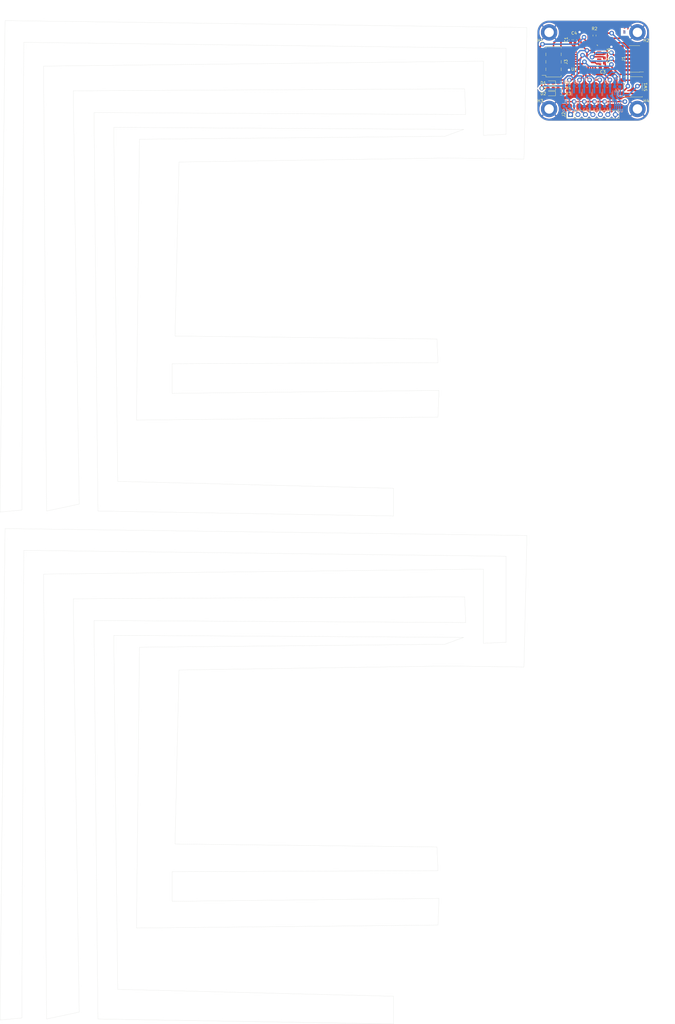
<source format=kicad_pcb>
(kicad_pcb (version 20221018) (generator pcbnew)
  (layers (0 "F.Cu" signal) (31 "B.Cu" signal) (34 "B.Paste" user) (35 "F.Paste" user) (36 "B.SilkS" user "B.Silkscreen") (37 "F.SilkS" user "F.Silkscreen") (38 "B.Mask" user) (39 "F.Mask" user) (44 "Edge.Cuts" user))
  (net 0 "")
  (net 1 "+5V-v2-")
  (net 2 "GND-v2-")
  (net 3 "+3.3V-v2-")
  (net 4 "Net-(D1-K)-v2-")
  (net 6 "Net-(D3-K)-v2-")
  (net 7 "Status_LED-v2-")
  (net 8 "Data_Clock_SNES-v2-")
  (net 9 "Data_Latch_SNES-v2-")
  (net 10 "Net-(D2-K)-v2-")
  (net 11 "Serial_Data1_SNES-v2-")
  (net 12 "Serial_Data2_SNES-v2-")
  (net 13 "SPI_Chip_Select-v2-")
  (net 14 "Chip_Enable-v2-")
  (net 15 "SPI_Digital_Input-v2-")
  (net 16 "SPI_Clock-v2-")
  (net 17 "SPI_Digital_Output-v2-")
  (net 18 "IOBit_SNES-v2-")
  (net 19 "Data_Clock_STM32-v2-")
  (net 20 "Data_Latch_STM32-v2-")
  (net 21 "Appairing_Btn-v2-")
  (net 22 "Net-(U2-BP)-v2-")
  (net 23 "SWDIO-v2-")
  (net 24 "SWDCK-v2-")
  (net 27 "NRST-v2-")
  (net 28 "USART2_RX-v2-")
  (net 29 "USART2_TX-v2-")
  (net 30 "Serial_Data1_STM32-v2-")
  (net 31 "IOBit_STM32-v2-")
  (net 32 "Serial_Data2_STM32-v2-")
  (footprint "Diode_SMD:D_0603_1608Metric_Pad1.05x0.95mm_HandSolder" (layer "F.Cu") (at 188.26875 24.25 180)
    (fp_text reference "D3")
    (fp_text value "LED")
  )
  (footprint "Connector_PinSocket_2.54mm:PinSocket_2x04_P2.54mm_Vertical_SMD" (layer "F.Cu") (at 189.25 15.25 180)
    (fp_text reference "J3")
    (fp_text value "Conn_01x08_Socket")
  )
  (footprint "Capacitor_SMD:C_0603_1608Metric_Pad1.08x0.95mm_HandSolder" (layer "F.Cu") (at 206.0025 17.19)
    (fp_text reference "C3")
    (fp_text value "100n")
  )
  (footprint "Connector_PinHeader_2.54mm:PinHeader_1x07_P2.54mm_Vertical" (layer "F.Cu") (at 195 33.15 90)
    (fp_text reference "J2")
    (fp_text value "Conn_01x07_Socket")
  )
  (footprint "Capacitor_SMD:C_0603_1608Metric_Pad1.08x0.95mm_HandSolder" (layer "F.Cu") (at 196.55 7.75 90)
    (fp_text reference "C4")
    (fp_text value "100n")
  )
  (footprint "Resistor_SMD:R_0603_1608Metric_Pad0.98x0.95mm_HandSolder" (layer "F.Cu") (at 191.76875 22.45)
    (fp_text reference "R1")
    (fp_text value "1k")
  )
  (footprint "Resistor_SMD:R_0603_1608Metric_Pad0.98x0.95mm_HandSolder" (layer "F.Cu") (at 191.76875 24.25)
    (fp_text reference "R4")
    (fp_text value "1k")
  )
  (footprint "MountingHole:MountingHole_3.2mm_M3_DIN965_Pad" (layer "F.Cu") (at 217.75 5.25)
    (fp_text reference "H2")
    (fp_text value "MountingHole_Pad")
  )
  (footprint "MountingHole:MountingHole_3.2mm_M3_DIN965_Pad" (layer "F.Cu") (at 187.75 31.25)
    (fp_text reference "H3")
    (fp_text value "MountingHole_Pad")
  )
  (footprint "MountingHole:MountingHole_3.2mm_M3_DIN965_Pad" (layer "F.Cu") (at 217.75 31.25)
    (fp_text reference "H4")
    (fp_text value "MountingHole_Pad")
  )
  (footprint "Capacitor_SMD:C_0603_1608Metric_Pad1.08x0.95mm_HandSolder" (layer "F.Cu") (at 195.05 7.75 90)
    (fp_text reference "C1")
    (fp_text value "10u")
  )
  (footprint "MountingHole:MountingHole_3.2mm_M3_DIN965_Pad" (layer "F.Cu") (at 187.75 5.25)
    (fp_text reference "H1")
    (fp_text value "MountingHole_Pad")
  )
  (footprint "Capacitor_SMD:C_0603_1608Metric_Pad1.08x0.95mm_HandSolder" (layer "F.Cu") (at 206.51 11.5 90)
    (fp_text reference "C5")
    (fp_text value "100n")
  )
  (footprint "Resistor_SMD:R_0603_1608Metric_Pad0.98x0.95mm_HandSolder" (layer "F.Cu") (at 191.76875 26.05)
    (fp_text reference "R3")
    (fp_text value "1k")
  )
  (footprint "Package_QFP:LQFP-32_7x7mm_P0.8mm" (layer "F.Cu") (at 200.6 13.15 180)
    (fp_text reference "U1")
    (fp_text value "STM32L412KBTx")
  )
  (footprint "Diode_SMD:D_0603_1608Metric_Pad1.05x0.95mm_HandSolder" (layer "F.Cu") (at 188.26875 26.05 180)
    (fp_text reference "D2")
    (fp_text value "LED_Small")
  )
  (footprint "Diode_SMD:D_0603_1608Metric_Pad1.05x0.95mm_HandSolder" (layer "F.Cu") (at 188.26875 22.45 180)
    (fp_text reference "D1")
    (fp_text value "LED_Small")
  )
  (footprint "Capacitor_SMD:C_0603_1608Metric_Pad1.08x0.95mm_HandSolder" (layer "F.Cu") (at 206.51 14.8025 90)
    (fp_text reference "C2")
    (fp_text value "100n")
  )
  (footprint "Connector_PinHeader_1.27mm:PinHeader_2x07_P1.27mm_Vertical_SMD" (layer "F.Cu") (at 216.75 14.25 180)
    (fp_text reference "J1")
    (fp_text value "Conn_02x07_Odd_Even")
  )
  (footprint "Button_Switch_SMD:SW_SPST_B3S-1000" (layer "F.Cu") (at 216.25 23.75 180)
    (fp_text reference "SW1")
    (fp_text value "SW_SPST")
  )
  (footprint "Resistor_SMD:R_0603_1608Metric_Pad0.98x0.95mm_HandSolder" (layer "F.Cu") (at 203.17 6.32 90)
    (fp_text reference "R2")
    (fp_text value "10k")
  )
  (footprint "Resistor_SMD:R_0603_1608Metric_Pad0.98x0.95mm_HandSolder" (layer "B.Cu") (at 200.6 23.45)
    (fp_text reference "R7")
    (fp_text value "10k")
  )
  (footprint "Capacitor_SMD:C_0603_1608Metric_Pad1.08x0.95mm_HandSolder" (layer "B.Cu") (at 210.9 23.7 180)
    (fp_text reference "C6")
    (fp_text value "470p")
  )
  (footprint "Package_TO_SOT_SMD:SOT-23" (layer "B.Cu") (at 197.15 26.15 -90)
    (fp_text reference "Q2")
    (fp_text value "2N7002")
  )
  (footprint "Package_TO_SOT_SMD:SOT-23" (layer "B.Cu") (at 204.05 26.15 -90)
    (fp_text reference "Q4")
    (fp_text value "2N7002")
  )
  (footprint "Package_TO_SOT_SMD:SOT-23" (layer "B.Cu") (at 193.7 26.15 -90)
    (fp_text reference "Q1")
    (fp_text value "2N7002")
  )
  (footprint "Resistor_SMD:R_0603_1608Metric_Pad0.98x0.95mm_HandSolder" (layer "B.Cu") (at 204.05 30.35)
    (fp_text reference "R13")
    (fp_text value "10k")
  )
  (footprint "Resistor_SMD:R_0603_1608Metric_Pad0.98x0.95mm_HandSolder" (layer "B.Cu") (at 204.05 23.45)
    (fp_text reference "R8")
    (fp_text value "10k")
  )
  (footprint "Resistor_SMD:R_0603_1608Metric_Pad0.98x0.95mm_HandSolder" (layer "B.Cu") (at 207.5 23.45)
    (fp_text reference "R9")
    (fp_text value "10k")
  )
  (footprint "Resistor_SMD:R_0603_1608Metric_Pad0.98x0.95mm_HandSolder" (layer "B.Cu") (at 193.7 30.35)
    (fp_text reference "R10")
    (fp_text value "10k")
  )
  (footprint "Resistor_SMD:R_0603_1608Metric_Pad0.98x0.95mm_HandSolder" (layer "B.Cu") (at 197.15 23.45)
    (fp_text reference "R6")
    (fp_text value "10k")
  )
  (footprint "Resistor_SMD:R_0603_1608Metric_Pad0.98x0.95mm_HandSolder" (layer "B.Cu") (at 207.5 30.35)
    (fp_text reference "R14")
    (fp_text value "10k")
  )
  (footprint "Resistor_SMD:R_0603_1608Metric_Pad0.98x0.95mm_HandSolder" (layer "B.Cu") (at 200.6 30.35)
    (fp_text reference "R12")
    (fp_text value "10k")
  )
  (footprint "Package_TO_SOT_SMD:SOT-23" (layer "B.Cu") (at 207.5 26.15 -90)
    (fp_text reference "Q5")
    (fp_text value "2N7002")
  )
  (footprint "Package_TO_SOT_SMD:SOT-23" (layer "B.Cu") (at 200.6 26.15 -90)
    (fp_text reference "Q3")
    (fp_text value "2N7002")
  )
  (footprint "Package_SO:MSOP-8_3x3mm_P0.65mm" (layer "B.Cu") (at 211.0125 27.9 -90)
    (fp_text reference "U2")
    (fp_text value "MIC5219-3.3YMM")
  )
  (footprint "Capacitor_SMD:C_0603_1608Metric_Pad1.08x0.95mm_HandSolder" (layer "B.Cu") (at 210.9 22.2 180)
    (fp_text reference "C7")
    (fp_text value "2.2u")
  )
  (footprint "Resistor_SMD:R_0603_1608Metric_Pad0.98x0.95mm_HandSolder" (layer "B.Cu") (at 193.7 23.45)
    (fp_text reference "R5")
    (fp_text value "10k")
  )
  (footprint "Resistor_SMD:R_0603_1608Metric_Pad0.98x0.95mm_HandSolder" (layer "B.Cu") (at 197.15 30.35)
    (fp_text reference "R11")
    (fp_text value "10k")
  )
  (gr_line (start 179.209937 220.75989) (end 180.219937 176.09989) (stroke (width 0.05)) (layer "Edge.Cuts"))
  (gr_line (start 60.679937 280.85989) (end 62.029937 221.76989) (stroke (width 0.05)) (layer "Edge.Cuts"))
  (gr_line (start 152.349937 40.53989) (end 48.599937 41.53989) (stroke (width 0.05)) (layer "Edge.Cuts"))
  (gr_line (start 158.729937 210.68989) (end 152.349937 213.03989) (stroke (width 0.05)) (layer "Edge.Cuts"))
  (gr_line (start 134.889937 341.96989) (end 134.889937 332.56989) (stroke (width 0.05)) (layer "Edge.Cuts"))
  (gr_line (start 159.059937 24.41989) (end 159.399937 33.14989) (stroke (width 0.05)) (layer "Edge.Cuts"))
  (gr_line (start 9.309937 181.13989) (end 173.159937 183.14989) (stroke (width 0.05)) (layer "Edge.Cuts"))
  (gr_line (start 59.679937 290.25989) (end 149.999937 289.92989) (stroke (width 0.05)) (layer "Edge.Cuts"))
  (gr_line (start 2.929937 173.74989) (end 1.249937 340.62989) (stroke (width 0.05)) (layer "Edge.Cuts"))
  (gr_line (start 48.599937 41.53989) (end 47.589937 136.89989) (stroke (width 0.05)) (layer "Edge.Cuts"))
  (gr_line (start 165.439937 187.51989) (end 16.029937 189.19989) (stroke (width 0.05)) (layer "Edge.Cuts"))
  (gr_line (start 1.249937 340.62989) (end 8.639937 339.94989) (stroke (width 0.05)) (layer "Edge.Cuts"))
  (gr_line (start 47.589937 309.39989) (end 149.999937 308.38989) (stroke (width 0.05)) (layer "Edge.Cuts"))
  (gr_line (start 159.399937 33.14989) (end 33.149937 32.47989) (stroke (width 0.05)) (layer "Edge.Cuts"))
  (gr_line (start 180.219937 3.59989) (end 2.929937 1.24989) (stroke (width 0.05)) (layer "Edge.Cuts"))
  (gr_line (start 221.75 5.25) (end 221.75 31.25) (stroke (width 0.1)) (layer "Edge.Cuts"))
  (gr_line (start 153.019937 220.41989) (end 179.209937 220.75989) (stroke (width 0.05)) (layer "Edge.Cuts"))
  (gr_line (start 149.999937 289.92989) (end 149.659937 281.86989) (stroke (width 0.05)) (layer "Edge.Cuts"))
  (gr_line (start 179.209937 48.25989) (end 180.219937 3.59989) (stroke (width 0.05)) (layer "Edge.Cuts"))
  (gr_line (start 183.75 31.25) (end 183.75 5.25) (stroke (width 0.1)) (layer "Edge.Cuts"))
  (gr_line (start 26.099937 197.58989) (end 159.059937 196.91989) (stroke (width 0.05)) (layer "Edge.Cuts"))
  (gr_line (start 173.159937 39.85989) (end 165.439937 40.19989) (stroke (width 0.05)) (layer "Edge.Cuts"))
  (gr_line (start 26.099937 25.08989) (end 159.059937 24.41989) (stroke (width 0.05)) (layer "Edge.Cuts"))
  (gr_line (start 34.489937 167.78989) (end 134.889937 169.46989) (stroke (width 0.05)) (layer "Edge.Cuts"))
  (gr_line (start 59.679937 127.82989) (end 59.679937 117.75989) (stroke (width 0.05)) (layer "Edge.Cuts"))
  (gr_line (start 2.929937 1.24989) (end 1.249937 168.12989) (stroke (width 0.05)) (layer "Edge.Cuts"))
  (gr_line (start 41.209937 330.21989) (end 39.869937 210.00989) (stroke (width 0.05)) (layer "Edge.Cuts"))
  (gr_line (start 187.75 1.25) (end 217.75 1.25) (stroke (width 0.1)) (layer "Edge.Cuts"))
  (gr_line (start 134.889937 160.06989) (end 41.209937 157.71989) (stroke (width 0.05)) (layer "Edge.Cuts"))
  (gr_line (start 159.399937 205.64989) (end 33.149937 204.97989) (stroke (width 0.05)) (layer "Edge.Cuts"))
  (gr_line (start 149.999937 135.88989) (end 150.329937 126.82989) (stroke (width 0.05)) (layer "Edge.Cuts"))
  (gr_line (start 59.679937 300.32989) (end 59.679937 290.25989) (stroke (width 0.05)) (layer "Edge.Cuts"))
  (gr_line (start 152.349937 213.03989) (end 48.599937 214.03989) (stroke (width 0.05)) (layer "Edge.Cuts"))
  (gr_line (start 180.219937 176.09989) (end 2.929937 173.74989) (stroke (width 0.05)) (layer "Edge.Cuts"))
  (gr_line (start 41.209937 157.71989) (end 39.869937 37.50989) (stroke (width 0.05)) (layer "Edge.Cuts"))
  (gr_line (start 33.149937 32.47989) (end 34.489937 167.78989) (stroke (width 0.05)) (layer "Edge.Cuts"))
  (gr_line (start 150.329937 126.82989) (end 59.679937 127.82989) (stroke (width 0.05)) (layer "Edge.Cuts"))
  (gr_line (start 8.639937 167.44989) (end 9.309937 8.63989) (stroke (width 0.05)) (layer "Edge.Cuts"))
  (gr_line (start 165.439937 15.01989) (end 16.029937 16.69989) (stroke (width 0.05)) (layer "Edge.Cuts"))
  (gr_line (start 33.149937 204.97989) (end 34.489937 340.28989) (stroke (width 0.05)) (layer "Edge.Cuts"))
  (gr_line (start 60.679937 108.35989) (end 62.029937 49.26989) (stroke (width 0.05)) (layer "Edge.Cuts"))
  (gr_arc (start 221.75 31.25) (mid 220.578427 34.078427) (end 217.75 35.25) (stroke (width 0.1)) (layer "Edge.Cuts"))
  (gr_line (start 134.889937 332.56989) (end 41.209937 330.21989) (stroke (width 0.05)) (layer "Edge.Cuts"))
  (gr_line (start 62.029937 221.76989) (end 153.019937 220.41989) (stroke (width 0.05)) (layer "Edge.Cuts"))
  (gr_line (start 8.639937 339.94989) (end 9.309937 181.13989) (stroke (width 0.05)) (layer "Edge.Cuts"))
  (gr_line (start 165.439937 212.69989) (end 165.439937 187.51989) (stroke (width 0.05)) (layer "Edge.Cuts"))
  (gr_line (start 16.029937 189.19989) (end 17.039937 340.28989) (stroke (width 0.05)) (layer "Edge.Cuts"))
  (gr_line (start 173.159937 10.64989) (end 173.159937 39.85989) (stroke (width 0.05)) (layer "Edge.Cuts"))
  (gr_line (start 17.039937 340.28989) (end 28.119937 337.93989) (stroke (width 0.05)) (layer "Edge.Cuts"))
  (gr_line (start 39.869937 210.00989) (end 158.729937 210.68989) (stroke (width 0.05)) (layer "Edge.Cuts"))
  (gr_line (start 59.679937 117.75989) (end 149.999937 117.42989) (stroke (width 0.05)) (layer "Edge.Cuts"))
  (gr_line (start 17.039937 167.78989) (end 28.119937 165.43989) (stroke (width 0.05)) (layer "Edge.Cuts"))
  (gr_line (start 1.249937 168.12989) (end 8.639937 167.44989) (stroke (width 0.05)) (layer "Edge.Cuts"))
  (gr_arc (start 187.75 35.25) (mid 184.921573 34.078427) (end 183.75 31.25) (stroke (width 0.1)) (layer "Edge.Cuts"))
  (gr_line (start 134.889937 169.46989) (end 134.889937 160.06989) (stroke (width 0.05)) (layer "Edge.Cuts"))
  (gr_line (start 153.019937 47.91989) (end 179.209937 48.25989) (stroke (width 0.05)) (layer "Edge.Cuts"))
  (gr_line (start 173.159937 212.35989) (end 165.439937 212.69989) (stroke (width 0.05)) (layer "Edge.Cuts"))
  (gr_line (start 173.159937 183.14989) (end 173.159937 212.35989) (stroke (width 0.05)) (layer "Edge.Cuts"))
  (gr_line (start 48.599937 214.03989) (end 47.589937 309.39989) (stroke (width 0.05)) (layer "Edge.Cuts"))
  (gr_line (start 34.489937 340.28989) (end 134.889937 341.96989) (stroke (width 0.05)) (layer "Edge.Cuts"))
  (gr_arc (start 217.75 1.25) (mid 220.578427 2.421573) (end 221.75 5.25) (stroke (width 0.1)) (layer "Edge.Cuts"))
  (gr_line (start 217.75 35.25) (end 187.75 35.25) (stroke (width 0.1)) (layer "Edge.Cuts"))
  (gr_line (start 39.869937 37.50989) (end 158.729937 38.18989) (stroke (width 0.05)) (layer "Edge.Cuts"))
  (gr_arc (start 183.75 5.25) (mid 184.921573 2.421573) (end 187.75 1.25) (stroke (width 0.1)) (layer "Edge.Cuts"))
  (gr_line (start 158.729937 38.18989) (end 152.349937 40.53989) (stroke (width 0.05)) (layer "Edge.Cuts"))
  (gr_line (start 47.589937 136.89989) (end 149.999937 135.88989) (stroke (width 0.05)) (layer "Edge.Cuts"))
  (gr_line (start 28.119937 165.43989) (end 26.099937 25.08989) (stroke (width 0.05)) (layer "Edge.Cuts"))
  (gr_line (start 9.309937 8.63989) (end 173.159937 10.64989) (stroke (width 0.05)) (layer "Edge.Cuts"))
  (gr_line (start 149.659937 281.86989) (end 60.679937 280.85989) (stroke (width 0.05)) (layer "Edge.Cuts"))
  (gr_line (start 149.659937 109.36989) (end 60.679937 108.35989) (stroke (width 0.05)) (layer "Edge.Cuts"))
  (gr_line (start 62.029937 49.26989) (end 153.019937 47.91989) (stroke (width 0.05)) (layer "Edge.Cuts"))
  (gr_line (start 28.119937 337.93989) (end 26.099937 197.58989) (stroke (width 0.05)) (layer "Edge.Cuts"))
  (gr_line (start 149.999937 117.42989) (end 149.659937 109.36989) (stroke (width 0.05)) (layer "Edge.Cuts"))
  (gr_line (start 16.029937 16.69989) (end 17.039937 167.78989) (stroke (width 0.05)) (layer "Edge.Cuts"))
  (gr_line (start 150.329937 299.32989) (end 59.679937 300.32989) (stroke (width 0.05)) (layer "Edge.Cuts"))
  (gr_line (start 149.999937 308.38989) (end 150.329937 299.32989) (stroke (width 0.05)) (layer "Edge.Cuts"))
  (gr_line (start 165.439937 40.19989) (end 165.439937 15.01989) (stroke (width 0.05)) (layer "Edge.Cuts"))
  (gr_line (start 159.059937 196.91989) (end 159.399937 205.64989) (stroke (width 0.05)) (layer "Edge.Cuts"))
  (gr_text "T" (at 212.75 5.75) (layer "F.Cu") (effects (font (size 1 1)) (justify left bottom)))
  (gr_text "SNES Plug" (at 205.75 3.75) (layer "F.Cu") (effects (font (size 1 1)) (justify left bottom)))
  (gr_text "B" (at 212.75 5.75) (layer "B.Cu") (effects (font (size 1 1)) (justify left bottom)))
  (segment (start 188.809189 27.5) (end 190.25 27.5) (width 0.5) (layer "F.Cu") (net 1))
  (segment (start 187.39375 26.05) (end 187.39375 26.084561) (width 0.5) (layer "F.Cu") (net 1))
  (segment (start 191.5 28.75) (end 196.2375 28.75) (width 0.5) (layer "F.Cu") (net 1))
  (segment (start 196.2375 31.9125) (end 195 33.15) (width 0.5) (layer "F.Cu") (net 1))
  (segment (start 203.1375 28.75) (end 206.5875 28.75) (width 0.5) (layer "F.Cu") (net 1))
  (segment (start 187.39375 26.084561) (end 188.809189 27.5) (width 0.5) (layer "F.Cu") (net 1))
  (segment (start 196.2375 28.75) (end 196.2375 31.9125) (width 0.5) (layer "F.Cu") (net 1))
  (segment (start 206.5875 28.75) (end 213.5 28.75) (width 0.5) (layer "F.Cu") (net 1))
  (segment (start 203.1375 28.75) (end 199.6875 28.75) (width 0.5) (layer "F.Cu") (net 1))
  (segment (start 196.2375 28.75) (end 199.6875 28.75) (width 0.3) (layer "F.Cu") (net 1))
  (segment (start 190.25 27.5) (end 191.5 28.75) (width 0.5) (layer "F.Cu") (net 1))
  (via (at 206.5875 28.75) (size 1.6) (drill 0.8) (layers "F.Cu" "B.Cu") (net 1))
  (via (at 199.6875 28.75) (size 1.6) (drill 0.8) (layers "F.Cu" "B.Cu") (net 1))
  (via (at 213.5 28.75) (size 1.6) (drill 0.8) (layers "F.Cu" "B.Cu") (net 1))
  (via (at 196.2375 28.75) (size 1.6) (drill 0.8) (layers "F.Cu" "B.Cu") (net 1))
  (via (at 203.1375 28.75) (size 1.6) (drill 0.8) (layers "F.Cu" "B.Cu") (net 1))
  (segment (start 196.2375 30.35) (end 196.2375 28.75) (width 0.5) (layer "B.Cu") (net 1))
  (segment (start 195 32.5625) (end 192.7875 30.35) (width 0.5) (layer "B.Cu") (net 1))
  (segment (start 213.4 28.65) (end 212.106739 28.65) (width 0.5) (layer "B.Cu") (net 1))
  (segment (start 210.6875 25.7875) (end 210.6875 27.230761) (width 0.3) (layer "B.Cu") (net 1))
  (segment (start 206.5875 28.75) (end 206.5875 30.35) (width 0.5) (layer "B.Cu") (net 1))
  (segment (start 199.6875 28.75) (end 199.6875 30.35) (width 0.5) (layer "B.Cu") (net 1))
  (segment (start 195 33.15) (end 195 32.5625) (width 0.5) (layer "B.Cu") (net 1))
  (segment (start 213.5 28.75) (end 213.4 28.65) (width 0.5) (layer "B.Cu") (net 1))
  (segment (start 203.1375 28.75) (end 203.1375 30.35) (width 0.5) (layer "B.Cu") (net 1))
  (segment (start 212.106739 28.65) (end 210.6875 27.230761) (width 0.5) (layer "B.Cu") (net 1))
  (segment (start 208.899189 10.15) (end 208.411689 10.6375) (width 0.5) (layer "F.Cu") (net 2))
  (segment (start 196.55 6.7) (end 198.1 5.15) (width 0.5) (layer "F.Cu") (net 2))
  (segment (start 193.44 19.06) (end 191.77 19.06) (width 0.5) (layer "F.Cu") (net 2))
  (segment (start 195.05 6.8875) (end 196.55 6.8875) (width 0.5) (layer "F.Cu") (net 2))
  (segment (start 203.4 17.325) (end 204.29 18.215) (width 0.5) (layer "F.Cu") (net 2))
  (segment (start 197.8 5.45) (end 197.8 8.975) (width 0.5) (layer "F.Cu") (net 2))
  (segment (start 206.865 17.19) (end 206.865 16.02) (width 0.5) (layer "F.Cu") (net 2))
  (segment (start 206.865 16.02) (end 206.51 15.665) (width 0.5) (layer "F.Cu") (net 2))
  (segment (start 205.84 18.215) (end 206.865 17.19) (width 0.5) (layer "F.Cu") (net 2))
  (segment (start 206.51 15.591193) (end 207.535 14.566193) (width 0.5) (layer "F.Cu") (net 2))
  (segment (start 207.535 11.6625) (end 206.51 10.6375) (width 0.5) (layer "F.Cu") (net 2))
  (segment (start 196.55 6.8875) (end 196.55 6.7) (width 0.5) (layer "F.Cu") (net 2))
  (segment (start 198.1 5.15) (end 197.8 5.45) (width 0.5) (layer "F.Cu") (net 2))
  (segment (start 204.29 18.215) (end 205.84 18.215) (width 0.5) (layer "F.Cu") (net 2))
  (segment (start 206.51 15.665) (end 206.51 15.591193) (width 0.5) (layer "F.Cu") (net 2))
  (segment (start 194.5 18) (end 193.44 19.06) (width 0.5) (layer "F.Cu") (net 2))
  (segment (start 207.535 14.566193) (end 207.535 11.6625) (width 0.5) (layer "F.Cu") (net 2))
  (segment (start 208.411689 10.6375) (end 206.51 10.6375) (width 0.5) (layer "F.Cu") (net 2))
  (via (at 208.899189 10.15) (size 1.6) (drill 0.8) (layers "F.Cu" "B.Cu") (net 2))
  (via (at 198.1 5.15) (size 1.6) (drill 0.8) (layers "F.Cu" "B.Cu") (net 2))
  (via (at 194.5 18) (size 1.6) (drill 0.8) (layers "F.Cu" "B.Cu") (net 2))
  (via (at 210.0375 20.15) (size 1.6) (drill 0.8) (layers "F.Cu" "B.Cu") (net 2))
  (segment (start 210.0375 20.1875) (end 210 20.15) (width 0.5) (layer "B.Cu") (net 2))
  (segment (start 210.0375 22.2) (end 210.0375 23.7) (width 0.5) (layer "B.Cu") (net 2))
  (segment (start 210.0375 22.2) (end 210.0375 20.15) (width 0.5) (layer "B.Cu") (net 2))
  (segment (start 206.15 10.15) (end 201.15 5.15) (width 0.5) (layer "B.Cu") (net 2))
  (segment (start 208.899189 10.15) (end 206.15 10.15) (width 0.5) (layer "B.Cu") (net 2))
  (segment (start 201.15 5.15) (end 198.1 5.15) (width 0.5) (layer "B.Cu") (net 2))
  (segment (start 220.225 21.5) (end 220.75 20.975) (width 0.5) (layer "F.Cu") (net 3))
  (segment (start 206.1225 12.75) (end 204.775 12.75) (width 0.5) (layer "F.Cu") (net 3))
  (segment (start 205.14 17.19) (end 205.14 16.315) (width 0.5) (layer "F.Cu") (net 3))
  (segment (start 220.75 20.975) (end 220.75 17.14) (width 0.5) (layer "F.Cu") (net 3))
  (segment (start 199.55 10.35) (end 196.425 10.35) (width 0.5) (layer "F.Cu") (net 3))
  (segment (start 204.775 15.95) (end 203.870406 15.95) (width 0.5) (layer "F.Cu") (net 3))
  (segment (start 187.39375 24.25) (end 185.25 24.25) (width 0.5) (layer "F.Cu") (net 3))
  (segment (start 202.290811 15.5) (end 200.6 13.809189) (width 0.5) (layer "F.Cu") (net 3))
  (segment (start 202.4 11.4) (end 200.6 11.4) (width 0.5) (layer "F.Cu") (net 3))
  (segment (start 200.6 13.809189) (end 200.6 11.4) (width 0.5) (layer "F.Cu") (net 3))
  (segment (start 200.6 11.4) (end 199.55 10.35) (width 0.5) (layer "F.Cu") (net 3))
  (segment (start 218.7 16.79) (end 220.4 16.79) (width 0.5) (layer "F.Cu") (net 3))
  (segment (start 218.225 23.5) (end 220.225 21.5) (width 0.5) (layer "F.Cu") (net 3))
  (segment (start 212.275 21.5) (end 220.225 21.5) (width 0.5) (layer "F.Cu") (net 3))
  (segment (start 185.25 20.54) (end 186.73 19.06) (width 0.5) (layer "F.Cu") (net 3))
  (segment (start 203.75 12.75) (end 202.4 11.4) (width 0.5) (layer "F.Cu") (net 3))
  (segment (start 204.775 12.75) (end 203.75 12.75) (width 0.5) (layer "F.Cu") (net 3))
  (segment (start 203.870406 15.95) (end 203.420406 15.5) (width 0.5) (layer "F.Cu") (net 3))
  (segment (start 185.25 24.25) (end 185.25 20.54) (width 0.5) (layer "F.Cu") (net 3))
  (segment (start 220.4 16.79) (end 220.75 17.14) (width 0.5) (layer "F.Cu") (net 3))
  (segment (start 196.425 10.35) (end 196.425 8.7375) (width 0.5) (layer "F.Cu") (net 3))
  (segment (start 195.05 8.975) (end 196.425 10.35) (width 0.5) (layer "F.Cu") (net 3))
  (segment (start 196.425 8.7375) (end 196.55 8.6125) (width 0.5) (layer "F.Cu") (net 3))
  (segment (start 217.75 23.5) (end 218.225 23.5) (width 0.5) (layer "F.Cu") (net 3))
  (segment (start 203.420406 15.5) (end 202.290811 15.5) (width 0.5) (layer "F.Cu") (net 3))
  (segment (start 206.51 12.3625) (end 206.1225 12.75) (width 0.5) (layer "F.Cu") (net 3))
  (segment (start 205.14 16.315) (end 204.775 15.95) (width 0.5) (layer "F.Cu") (net 3))
  (segment (start 195.05 8.6125) (end 195.05 8.975) (width 0.5) (layer "F.Cu") (net 3))
  (via (at 217.75 23.5) (size 1.6) (drill 0.8) (layers "F.Cu" "B.Cu") (net 3))
  (via (at 200.6 11.4) (size 1.6) (drill 0.8) (layers "F.Cu" "B.Cu") (net 3))
  (via (at 185.25 24.25) (size 1.6) (drill 0.8) (layers "F.Cu" "B.Cu") (net 3))
  (segment (start 192.75 25.2125) (end 192.75 23.4875) (width 0.5) (layer "B.Cu") (net 3))
  (segment (start 200.753311 20.05) (end 202.071689 20.05) (width 0.5) (layer "B.Cu") (net 3))
  (segment (start 198.621689 20.05) (end 197.303311 20.05) (width 0.5) (layer "B.Cu") (net 3))
  (segment (start 214.743261 26.506739) (end 213 26.506739) (width 0.5) (layer "B.Cu") (net 3))
  (segment (start 211.7625 22.2) (end 211.7625 19.965811) (width 0.5) (layer "B.Cu") (net 3))
  (segment (start 212.356739 27.15) (end 211.759683 27.15) (width 0.5) (layer "B.Cu") (net 3))
  (segment (start 204.203311 20.05) (end 203.1375 21.115811) (width 0.5) (layer "B.Cu") (net 3))
  (segment (start 203.1 23.4875) (end 203.1375 23.45) (width 0.5) (layer "B.Cu") (net 3))
  (segment (start 213 26.506739) (end 213 22.75) (width 0.5) (layer "B.Cu") (net 3))
  (segment (start 206.55 23.4875) (end 206.5875 23.45) (width 0.5) (layer "B.Cu") (net 3))
  (segment (start 211.3375 26.727817) (end 211.759683 27.15) (width 0.3) (layer "B.Cu") (net 3))
  (segment (start 202.071689 20.05) (end 203.1375 21.115811) (width 0.5) (layer "B.Cu") (net 3))
  (segment (start 197.303311 12.446689) (end 197.303311 20.05) (width 0.5) (layer "B.Cu") (net 3))
  (segment (start 212.45 22.2) (end 211.7625 22.2) (width 0.5) (layer "B.Cu") (net 3))
  (segment (start 196.2 25.2125) (end 196.2 23.4875) (width 0.5) (layer "B.Cu") (net 3))
  (segment (start 211.7625 19.965811) (end 210.596689 18.8) (width 0.5) (layer "B.Cu") (net 3))
  (segment (start 199.65 25.2125) (end 199.65 23.4875) (width 0.5) (layer "B.Cu") (net 3))
  (segment (start 194.053311 20.05) (end 195.171689 20.05) (width 0.5) (layer "B.Cu") (net 3))
  (segment (start 203.1375 21.115811) (end 203.1375 23.45) (width 0.5) (layer "B.Cu") (net 3))
  (segment (start 197.303311 20.05) (end 196.2375 21.115811) (width 0.5) (layer "B.Cu") (net 3))
  (segment (start 213 26.506739) (end 212.356739 27.15) (width 0.5) (layer "B.Cu") (net 3))
  (segment (start 185.25 24.25) (end 186.05 23.45) (width 0.5) (layer "B.Cu") (net 3))
  (segment (start 199.65 23.4875) (end 199.6875 23.45) (width 0.5) (layer "B.Cu") (net 3))
  (segment (start 196.2375 21.115811) (end 196.2375 23.45) (width 0.5) (layer "B.Cu") (net 3))
  (segment (start 211.3375 25.7875) (end 211.3375 26.727817) (width 0.3) (layer "B.Cu") (net 3))
  (segment (start 196.2 23.4875) (end 196.2375 23.45) (width 0.5) (layer "B.Cu") (net 3))
  (segment (start 214.743261 26.506739) (end 217.75 23.5) (width 0.5) (layer "B.Cu") (net 3))
  (segment (start 206.5875 21.115811) (end 205.521689 20.05) (width 0.5) (layer "B.Cu") (net 3))
  (segment (start 200.6 11.4) (end 198.35 11.4) (width 0.5) (layer "B.Cu") (net 3))
  (segment (start 203.1 25.2125) (end 203.1 23.4875) (width 0.5) (layer "B.Cu") (net 3))
  (segment (start 192.7875 21.315811) (end 194.053311 20.05) (width 0.5) (layer "B.Cu") (net 3))
  (segment (start 186.05 23.45) (end 192.7875 23.45) (width 0.5) (layer "B.Cu") (net 3))
  (segment (start 199.6875 23.45) (end 199.6875 21.115811) (width 0.5) (layer "B.Cu") (net 3))
  (segment (start 198.35 11.4) (end 197.303311 12.446689) (width 0.5) (layer "B.Cu") (net 3))
  (segment (start 208.903311 18.8) (end 206.5875 21.115811) (width 0.5) (layer "B.Cu") (net 3))
  (segment (start 195.171689 20.05) (end 196.2375 21.115811) (width 0.5) (layer "B.Cu") (net 3))
  (segment (start 192.7875 23.45) (end 192.7875 21.315811) (width 0.5) (layer "B.Cu") (net 3))
  (segment (start 206.55 25.2125) (end 206.55 23.4875) (width 0.5) (layer "B.Cu") (net 3))
  (segment (start 199.6875 21.115811) (end 198.621689 20.05) (width 0.5) (layer "B.Cu") (net 3))
  (segment (start 199.6875 21.115811) (end 200.753311 20.05) (width 0.5) (layer "B.Cu") (net 3))
  (segment (start 205.521689 20.05) (end 204.203311 20.05) (width 0.5) (layer "B.Cu") (net 3))
  (segment (start 213 22.75) (end 212.45 22.2) (width 0.5) (layer "B.Cu") (net 3))
  (segment (start 192.75 23.4875) (end 192.7875 23.45) (width 0.5) (layer "B.Cu") (net 3))
  (segment (start 210.596689 18.8) (end 208.903311 18.8) (width 0.5) (layer "B.Cu") (net 3))
  (segment (start 206.5875 23.45) (end 206.5875 21.115811) (width 0.5) (layer "B.Cu") (net 3))
  (segment (start 190.85625 22.45) (end 189.14375 22.45) (width 0.5) (layer "F.Cu") (net 4))
  (segment (start 190.85625 24.25) (end 189.14375 24.25) (width 0.5) (layer "F.Cu") (net 6))
  (segment (start 188.41875 21.425) (end 192.575 21.425) (width 0.5) (layer "F.Cu") (net 7))
  (segment (start 195.125 20) (end 197.8 17.325) (width 0.5) (layer "F.Cu") (net 7))
  (segment (start 192.575 21.425) (end 194 20) (width 0.5) (layer "F.Cu") (net 7))
  (segment (start 194 20) (end 195.125 20) (width 0.5) (layer "F.Cu") (net 7))
  (segment (start 187.39375 22.45) (end 188.41875 21.425) (width 0.5) (layer "F.Cu") (net 7))
  (segment (start 197.54 33.15) (end 197.54 32.54) (width 0.5) (layer "B.Cu") (net 8))
  (segment (start 194.6125 28) (end 193.7 27.0875) (width 0.5) (layer "B.Cu") (net 8))
  (segment (start 196.0125 31.75) (end 194.6125 30.35) (width 0.5) (layer "B.Cu") (net 8))
  (segment (start 196.75 31.75) (end 196.0125 31.75) (width 0.5) (layer "B.Cu") (net 8))
  (segment (start 194.6125 30.35) (end 194.6125 28) (width 0.5) (layer "B.Cu") (net 8))
  (segment (start 197.54 32.54) (end 196.75 31.75) (width 0.5) (layer "B.Cu") (net 8))
  (segment (start 198.0625 30.35) (end 198.0625 28) (width 0.5) (layer "B.Cu") (net 9))
  (segment (start 198.0625 30.35) (end 198.0625 31.2125) (width 0.5) (layer "B.Cu") (net 9))
  (segment (start 198.0625 31.2125) (end 200 33.15) (width 0.5) (layer "B.Cu") (net 9))
  (segment (start 198.0625 28) (end 197.15 27.0875) (width 0.5) (layer "B.Cu") (net 9))
  (segment (start 189.14375 26.05) (end 190.85625 26.05) (width 0.5) (layer "F.Cu") (net 10))
  (segment (start 201.5125 30.35) (end 201.5125 28) (width 0.5) (layer "B.Cu") (net 11))
  (segment (start 201.5125 28) (end 200.6 27.0875) (width 0.5) (layer "B.Cu") (net 11))
  (segment (start 201.5125 32.1625) (end 202.5 33.15) (width 0.5) (layer "B.Cu") (net 11))
  (segment (start 201.5125 30.35) (end 201.5125 32.1625) (width 0.5) (layer "B.Cu") (net 11))
  (segment (start 204.9625 28) (end 204.05 27.0875) (width 0.5) (layer "B.Cu") (net 12))
  (segment (start 204.9625 30.35) (end 204.9625 33.1125) (width 0.5) (layer "B.Cu") (net 12))
  (segment (start 204.9625 30.35) (end 204.9625 28) (width 0.5) (layer "B.Cu") (net 12))
  (segment (start 204.9625 33.1125) (end 205 33.15) (width 0.5) (layer "B.Cu") (net 12))
  (segment (start 196.425 11.15) (end 194.85 11.15) (width 0.5) (layer "F.Cu") (net 13))
  (segment (start 194.85 11.15) (end 194 12) (width 0.5) (layer "F.Cu") (net 13))
  (segment (start 193.5 15.25) (end 188 15.25) (width 0.5) (layer "F.Cu") (net 13))
  (segment (start 194 14.75) (end 193.5 15.25) (width 0.5) (layer "F.Cu") (net 13))
  (segment (start 194 12) (end 194 14.75) (width 0.5) (layer "F.Cu") (net 13))
  (segment (start 188 15.25) (end 186.73 16.52) (width 0.5) (layer "F.Cu") (net 13))
  (segment (start 195.125 12.345406) (end 195.520406 11.95) (width 0.5) (layer "F.Cu") (net 14))
  (segment (start 195.520406 11.95) (end 196.425 11.95) (width 0.5) (layer "F.Cu") (net 14))
  (segment (start 195.125 15.625) (end 195.125 12.345406) (width 0.5) (layer "F.Cu") (net 14))
  (segment (start 191.77 16.52) (end 194.23 16.52) (width 0.5) (layer "F.Cu") (net 14))
  (segment (start 194.23 16.52) (end 195.125 15.625) (width 0.5) (layer "F.Cu") (net 14))
  (segment (start 198.8 3.8) (end 201 6) (width 0.5) (layer "F.Cu") (net 15))
  (segment (start 196.486307 3.8) (end 198.8 3.8) (width 0.5) (layer "F.Cu") (net 15))
  (segment (start 201 6) (end 201 8.975) (width 0.5) (layer "F.Cu") (net 15))
  (segment (start 191.77 8.516307) (end 196.486307 3.8) (width 0.5) (layer "F.Cu") (net 15))
  (segment (start 191.77 11.44) (end 191.77 8.516307) (width 0.5) (layer "F.Cu") (net 15))
  (segment (start 191.77 13.98) (end 190.77 13.98) (width 0.5) (layer "F.Cu") (net 16))
  (segment (start 199.75 2.5) (end 201.8 4.55) (width 0.5) (layer "F.Cu") (net 16))
  (segment (start 201.8 4.55) (end 201.8 8.975) (width 0.5) (layer "F.Cu") (net 16))
  (segment (start 189.25 9) (end 195.75 2.5) (width 0.5) (layer "F.Cu") (net 16))
  (segment (start 195.75 2.5) (end 199.75 2.5) (width 0.5) (layer "F.Cu") (net 16))
  (segment (start 189.25 12.46) (end 189.25 9) (width 0.5) (layer "F.Cu") (net 16))
  (segment (start 190.77 13.98) (end 189.25 12.46) (width 0.5) (layer "F.Cu") (net 16))
  (segment (start 199.6 7.470406) (end 200.2 8.070406) (width 0.5) (layer "F.Cu") (net 17))
  (segment (start 184.68 12.93) (end 184.68 10.07) (width 0.5) (layer "F.Cu") (net 17))
  (segment (start 185.73 13.98) (end 184.68 12.93) (width 0.5) (layer "F.Cu") (net 17))
  (segment (start 200.2 8.070406) (end 200.2 8.975) (width 0.5) (layer "F.Cu") (net 17))
  (segment (start 186.73 13.98) (end 185.73 13.98) (width 0.5) (layer "F.Cu") (net 17))
  (segment (start 184.68 10.07) (end 185.5 9.25) (width 0.5) (layer "F.Cu") (net 17))
  (segment (start 199.6 6.9) (end 199.6 7.470406) (width 0.5) (layer "F.Cu") (net 17))
  (via (at 199.6 6.9) (size 1.6) (drill 0.8) (layers "F.Cu" "B.Cu") (net 17))
  (via (at 185.5 9.25) (size 1.6) (drill 0.8) (layers "F.Cu" "B.Cu") (net 17))
  (segment (start 185.5 9.25) (end 197.25 9.25) (width 0.5) (layer "B.Cu") (net 17))
  (segment (start 197.25 9.25) (end 199.6 6.9) (width 0.5) (layer "B.Cu") (net 17))
  (segment (start 208.4125 28) (end 207.5 27.0875) (width 0.5) (layer "B.Cu") (net 18))
  (segment (start 208.4125 30.35) (end 208.4125 28) (width 0.5) (layer "B.Cu") (net 18))
  (segment (start 208.4125 32.2375) (end 207.5 33.15) (width 0.5) (layer "B.Cu") (net 18))
  (segment (start 208.4125 30.35) (end 208.4125 32.2375) (width 0.5) (layer "B.Cu") (net 18))
  (segment (start 195.429594 21.4) (end 198.6 18.229594) (width 0.5) (layer "F.Cu") (net 19))
  (segment (start 194.6125 21.4) (end 195.429594 21.4) (width 0.5) (layer "F.Cu") (net 19))
  (segment (start 198.6 18.229594) (end 198.6 17.325) (width 0.5) (layer "F.Cu") (net 19))
  (via (at 194.6125 21.4) (size 1.6) (drill 0.8) (layers "F.Cu" "B.Cu") (net 19))
  (segment (start 194.65 25.2125) (end 194.65 23.4875) (width 0.5) (layer "B.Cu") (net 19))
  (segment (start 194.6125 23.45) (end 194.6125 21.4) (width 0.5) (layer "B.Cu") (net 19))
  (segment (start 194.65 23.4875) (end 194.6125 23.45) (width 0.5) (layer "B.Cu") (net 19))
  (segment (start 199.4 20.0625) (end 199.4 17.325) (width 0.5) (layer "F.Cu") (net 20))
  (segment (start 198.0625 21.4) (end 199.4 20.0625) (width 0.5) (layer "F.Cu") (net 20))
  (via (at 198.0625 21.4) (size 1.6) (drill 0.8) (layers "F.Cu" "B.Cu") (net 20))
  (segment (start 198.1 25.2125) (end 198.1 23.4875) (width 0.5) (layer "B.Cu") (net 20))
  (segment (start 198.1 23.4875) (end 198.0625 23.45) (width 0.5) (layer "B.Cu") (net 20))
  (segment (start 198.0625 23.45) (end 198.0625 21.4) (width 0.5) (layer "B.Cu") (net 20))
  (segment (start 204.9025 5.5) (end 203.17 7.2325) (width 0.5) (layer "F.Cu") (net 21))
  (segment (start 220.225 26) (end 212.275 26) (width 0.5) (layer "F.Cu") (net 21))
  (segment (start 214.5 23.75) (end 212.275 25.975) (width 0.5) (layer "F.Cu") (net 21))
  (segment (start 212.275 25.975) (end 212.275 26) (width 0.5) (layer "F.Cu") (net 21))
  (segment (start 202.6 7.8025) (end 203.17 7.2325) (width 0.5) (layer "F.Cu") (net 21))
  (segment (start 209 5.5) (end 204.9025 5.5) (width 0.5) (layer "F.Cu") (net 21))
  (segment (start 214.5 23.5) (end 214.5 23.75) (width 0.5) (layer "F.Cu") (net 21))
  (segment (start 202.6 8.975) (end 202.6 7.8025) (width 0.5) (layer "F.Cu") (net 21))
  (via (at 214.5 23.5) (size 1.6) (drill 0.8) (layers "F.Cu" "B.Cu") (net 21))
  (via (at 209 5.5) (size 1.6) (drill 0.8) (layers "F.Cu" "B.Cu") (net 21))
  (segment (start 214.5 23.5) (end 214.5 11) (width 0.5) (layer "B.Cu") (net 21))
  (segment (start 214.5 11) (end 209 5.5) (width 0.5) (layer "B.Cu") (net 21))
  (segment (start 211.9875 23.925) (end 211.7625 23.7) (width 0.3) (layer "B.Cu") (net 22))
  (segment (start 211.9875 25.7875) (end 211.9875 23.925) (width 0.3) (layer "B.Cu") (net 22))
  (segment (start 212.809189 18.06) (end 208.899189 14.15) (width 0.5) (layer "F.Cu") (net 23))
  (segment (start 196.425 15.15) (end 197.329594 15.15) (width 0.5) (layer "F.Cu") (net 23))
  (segment (start 199.1 13.379594) (end 199.1 13) (width 0.5) (layer "F.Cu") (net 23))
  (segment (start 197.329594 15.15) (end 199.1 13.379594) (width 0.5) (layer "F.Cu") (net 23))
  (segment (start 214.8 18.06) (end 212.809189 18.06) (width 0.5) (layer "F.Cu") (net 23))
  (via (at 199.1 13) (size 1.6) (drill 0.8) (layers "F.Cu" "B.Cu") (net 23))
  (via (at 208.899189 14.15) (size 1.6) (drill 0.8) (layers "F.Cu" "B.Cu") (net 23))
  (segment (start 199.75 13) (end 201.75 15) (width 0.5) (layer "B.Cu") (net 23))
  (segment (start 201.75 15) (end 208.049189 15) (width 0.5) (layer "B.Cu") (net 23))
  (segment (start 208.049189 15) (end 208.899189 14.15) (width 0.5) (layer "B.Cu") (net 23))
  (segment (start 199.1 13) (end 199.75 13) (width 0.5) (layer "B.Cu") (net 23))
  (segment (start 211.5 19.5) (end 208.899189 16.899189) (width 0.5) (layer "F.Cu") (net 24))
  (segment (start 199.75 15.25) (end 199.05 15.95) (width 0.5) (layer "F.Cu") (net 24))
  (segment (start 208.899189 16.899189) (end 208.899189 16.15) (width 0.5) (layer "F.Cu") (net 24))
  (segment (start 217.87 18.06) (end 216.43 19.5) (width 0.5) (layer "F.Cu") (net 24))
  (segment (start 218.7 18.06) (end 217.87 18.06) (width 0.5) (layer "F.Cu") (net 24))
  (segment (start 216.43 19.5) (end 211.5 19.5) (width 0.5) (layer "F.Cu") (net 24))
  (segment (start 199.05 15.95) (end 196.425 15.95) (width 0.5) (layer "F.Cu") (net 24))
  (via (at 208.899189 16.15) (size 1.6) (drill 0.8) (layers "F.Cu" "B.Cu") (net 24))
  (via (at 199.75 15.25) (size 1.6) (drill 0.8) (layers "F.Cu" "B.Cu") (net 24))
  (segment (start 208.299189 16.75) (end 208.899189 16.15) (width 0.5) (layer "B.Cu") (net 24))
  (segment (start 199.75 15.25) (end 201.25 16.75) (width 0.5) (layer "B.Cu") (net 24))
  (segment (start 201.25 16.75) (end 208.299189 16.75) (width 0.5) (layer "B.Cu") (net 24))
  (segment (start 214.8 12.98) (end 209.729189 12.98) (width 0.5) (layer "F.Cu") (net 27))
  (segment (start 206.12 13.55) (end 204.775 13.55) (width 0.5) (layer "F.Cu") (net 27))
  (segment (start 206.51 13.94) (end 206.12 13.55) (width 0.5) (layer "F.Cu") (net 27))
  (segment (start 204.775 13.55) (end 202.45 13.55) (width 0.5) (layer "F.Cu") (net 27))
  (segment (start 209.729189 12.98) (end 208.899189 12.15) (width 0.5) (layer "F.Cu") (net 27))
  (segment (start 202.45 13.55) (end 202.35 13.65) (width 0.5) (layer "F.Cu") (net 27))
  (via (at 202.35 13.65) (size 1.6) (drill 0.8) (layers "F.Cu" "B.Cu") (net 27))
  (via (at 208.899189 12.15) (size 1.6) (drill 0.8) (layers "F.Cu" "B.Cu") (net 27))
  (segment (start 203.85 12.15) (end 202.35 13.65) (width 0.5) (layer "B.Cu") (net 27))
  (segment (start 208.899189 12.15) (end 203.85 12.15) (width 0.5) (layer "B.Cu") (net 27))
  (segment (start 216.75 11.25) (end 216.29 11.71) (width 0.5) (layer "F.Cu") (net 28))
  (segment (start 203.4 8.975) (end 205.125 7.25) (width 0.5) (layer "F.Cu") (net 28))
  (segment (start 214.28 7.25) (end 216.75 9.72) (width 0.5) (layer "F.Cu") (net 28))
  (segment (start 205.125 7.25) (end 214.28 7.25) (width 0.5) (layer "F.Cu") (net 28))
  (segment (start 216.29 11.71) (end 214.8 11.71) (width 0.5) (layer "F.Cu") (net 28))
  (segment (start 216.75 9.72) (end 216.75 11.25) (width 0.5) (layer "F.Cu") (net 28))
  (segment (start 214.8 10.44) (end 213.16 8.8) (width 0.5) (layer "F.Cu") (net 29))
  (segment (start 213.16 8.8) (end 206.325 8.8) (width 0.5) (layer "F.Cu") (net 29))
  (segment (start 206.325 8.8) (end 204.775 10.35) (width 0.5) (layer "F.Cu") (net 29))
  (segment (start 200.2 20.0875) (end 201.5125 21.4) (width 0.5) (layer "F.Cu") (net 30))
  (segment (start 200.2 17.325) (end 200.2 20.0875) (width 0.5) (layer "F.Cu") (net 30))
  (via (at 201.5125 21.4) (size 1.6) (drill 0.8) (layers "F.Cu" "B.Cu") (net 30))
  (segment (start 201.5125 23.45) (end 201.5125 21.4) (width 0.5) (layer "B.Cu") (net 30))
  (segment (start 201.55 23.4875) (end 201.5125 23.45) (width 0.5) (layer "B.Cu") (net 30))
  (segment (start 201.55 25.2125) (end 201.55 23.4875) (width 0.5) (layer "B.Cu") (net 30))
  (segment (start 208.4125 21.4) (end 206.5625 19.55) (width 0.5) (layer "F.Cu") (net 31))
  (segment (start 206.5625 19.55) (end 202.789036 19.55) (width 0.5) (layer "F.Cu") (net 31))
  (segment (start 201.8 18.560964) (end 201.8 17.325) (width 0.5) (layer "F.Cu") (net 31))
  (segment (start 202.789036 19.55) (end 201.8 18.560964) (width 0.5) (layer "F.Cu") (net 31))
  (via (at 208.4125 21.4) (size 1.6) (drill 0.8) (layers "F.Cu" "B.Cu") (net 31))
  (segment (start 208.45 25.2125) (end 208.45 23.4875) (width 0.5) (layer "B.Cu") (net 31))
  (segment (start 208.45 23.4875) (end 208.4125 23.45) (width 0.5) (layer "B.Cu") (net 31))
  (segment (start 208.4125 23.45) (end 208.4125 21.4) (width 0.5) (layer "B.Cu") (net 31))
  (segment (start 201 18.978311) (end 201 17.325) (width 0.5) (layer "F.Cu") (net 32))
  (segment (start 204.9625 21.4) (end 203.421689 21.4) (width 0.5) (layer "F.Cu") (net 32))
  (segment (start 203.421689 21.4) (end 201 18.978311) (width 0.5) (layer "F.Cu") (net 32))
  (via (at 204.9625 21.4) (size 1.6) (drill 0.8) (layers "F.Cu" "B.Cu") (net 32))
  (segment (start 205 23.4875) (end 204.9625 23.45) (width 0.5) (layer "B.Cu") (net 32))
  (segment (start 205 25.2125) (end 205 23.4875) (width 0.5) (layer "B.Cu") (net 32))
  (segment (start 204.9625 23.45) (end 204.9625 21.4) (width 0.5) (layer "B.Cu") (net 32))
  (zone (net 2) (net_name "GND-v2-") (layer "F.Cu") (connect_pads (clearance 0.5)) (min_thickness 0.25) (fill yes (thermal_gap 0.5) (thermal_bridge_width 0.5))
    (polygon (pts (xy 183.75 1.25) (xy 221.75 1.25) (xy 221.75 35.25) (xy 183.75 35.25)))
  )
  (zone (net 2) (net_name "GND-v2-") (layer "B.Cu") (priority 1) (connect_pads (clearance 0.5)) (min_thickness 0.25) (fill yes (thermal_gap 0.5) (thermal_bridge_width 0.5))
    (polygon (pts (xy 183.75 1.25) (xy 221.75 1.25) (xy 221.75 35.25) (xy 183.75 35.25)))
  )
)
</source>
